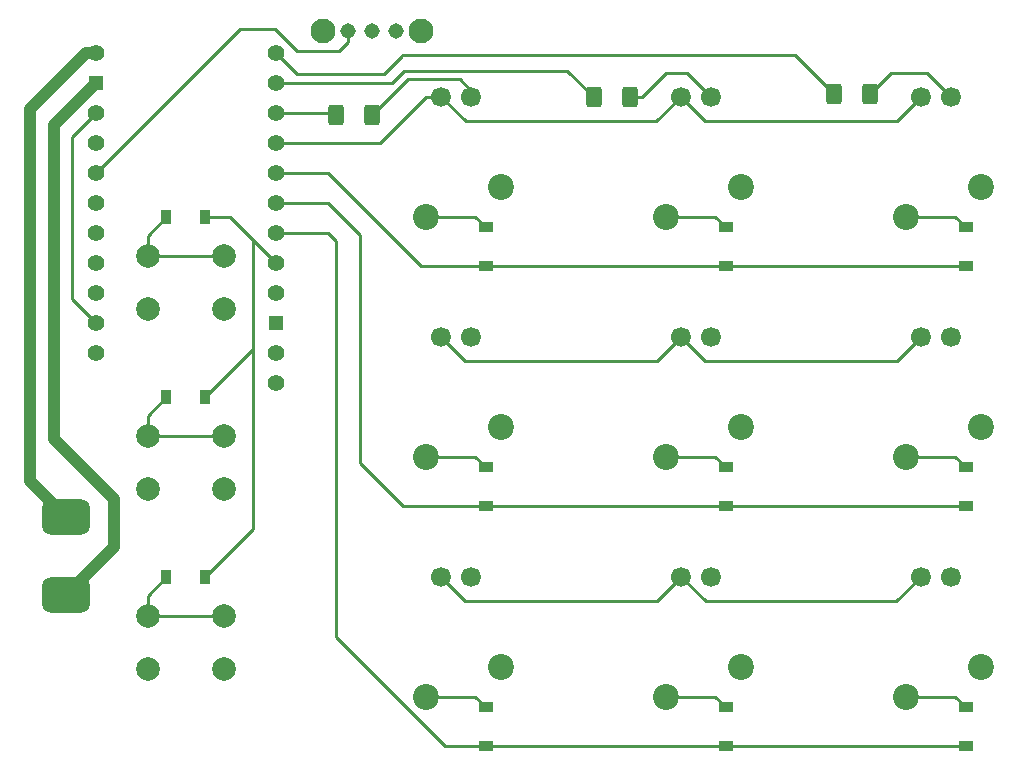
<source format=gbl>
%TF.GenerationSoftware,KiCad,Pcbnew,(6.0.7-1)-1*%
%TF.CreationDate,2022-10-02T14:30:11-04:00*%
%TF.ProjectId,Macro_Keyboard_V1.1,4d616372-6f5f-44b6-9579-626f6172645f,1.1*%
%TF.SameCoordinates,Original*%
%TF.FileFunction,Copper,L2,Bot*%
%TF.FilePolarity,Positive*%
%FSLAX46Y46*%
G04 Gerber Fmt 4.6, Leading zero omitted, Abs format (unit mm)*
G04 Created by KiCad (PCBNEW (6.0.7-1)-1) date 2022-10-02 14:30:11*
%MOMM*%
%LPD*%
G01*
G04 APERTURE LIST*
G04 Aperture macros list*
%AMRoundRect*
0 Rectangle with rounded corners*
0 $1 Rounding radius*
0 $2 $3 $4 $5 $6 $7 $8 $9 X,Y pos of 4 corners*
0 Add a 4 corners polygon primitive as box body*
4,1,4,$2,$3,$4,$5,$6,$7,$8,$9,$2,$3,0*
0 Add four circle primitives for the rounded corners*
1,1,$1+$1,$2,$3*
1,1,$1+$1,$4,$5*
1,1,$1+$1,$6,$7*
1,1,$1+$1,$8,$9*
0 Add four rect primitives between the rounded corners*
20,1,$1+$1,$2,$3,$4,$5,0*
20,1,$1+$1,$4,$5,$6,$7,0*
20,1,$1+$1,$6,$7,$8,$9,0*
20,1,$1+$1,$8,$9,$2,$3,0*%
G04 Aperture macros list end*
%TA.AperFunction,SMDPad,CuDef*%
%ADD10R,1.200000X0.900000*%
%TD*%
%TA.AperFunction,SMDPad,CuDef*%
%ADD11R,0.900000X1.200000*%
%TD*%
%TA.AperFunction,ComponentPad*%
%ADD12C,2.200000*%
%TD*%
%TA.AperFunction,ComponentPad*%
%ADD13C,1.690600*%
%TD*%
%TA.AperFunction,ComponentPad*%
%ADD14C,2.000000*%
%TD*%
%TA.AperFunction,ComponentPad*%
%ADD15C,1.308000*%
%TD*%
%TA.AperFunction,ComponentPad*%
%ADD16C,2.100000*%
%TD*%
%TA.AperFunction,SMDPad,CuDef*%
%ADD17RoundRect,0.250000X-0.400000X-0.625000X0.400000X-0.625000X0.400000X0.625000X-0.400000X0.625000X0*%
%TD*%
%TA.AperFunction,ComponentPad*%
%ADD18C,1.422400*%
%TD*%
%TA.AperFunction,ComponentPad*%
%ADD19R,1.270000X1.270000*%
%TD*%
%TA.AperFunction,SMDPad,CuDef*%
%ADD20RoundRect,0.753563X1.278437X-0.753562X1.278437X0.753562X-1.278437X0.753562X-1.278437X-0.753562X0*%
%TD*%
%TA.AperFunction,Conductor*%
%ADD21C,0.250000*%
%TD*%
%TA.AperFunction,Conductor*%
%ADD22C,1.000000*%
%TD*%
G04 APERTURE END LIST*
D10*
%TO.P,D3,1,K*%
%TO.N,ROW1*%
X116840000Y-44830000D03*
%TO.P,D3,2,A*%
%TO.N,Net-(D3-Pad2)*%
X116840000Y-41530000D03*
%TD*%
D11*
%TO.P,D10,1,K*%
%TO.N,ROW4*%
X52450000Y-71120000D03*
%TO.P,D10,2,A*%
%TO.N,Net-(D10-Pad2)*%
X49150000Y-71120000D03*
%TD*%
D10*
%TO.P,D1,1,K*%
%TO.N,ROW1*%
X76200000Y-44830000D03*
%TO.P,D1,2,A*%
%TO.N,Net-(D1-Pad2)*%
X76200000Y-41530000D03*
%TD*%
%TO.P,D2,1,K*%
%TO.N,ROW1*%
X96520000Y-44830000D03*
%TO.P,D2,2,A*%
%TO.N,Net-(D2-Pad2)*%
X96520000Y-41530000D03*
%TD*%
%TO.P,D8,1,K*%
%TO.N,ROW3*%
X96520000Y-85470000D03*
%TO.P,D8,2,A*%
%TO.N,Net-(D8-Pad2)*%
X96520000Y-82170000D03*
%TD*%
%TO.P,D5,1,K*%
%TO.N,ROW2*%
X96520000Y-65150000D03*
%TO.P,D5,2,A*%
%TO.N,Net-(D5-Pad2)*%
X96520000Y-61850000D03*
%TD*%
%TO.P,D6,1,K*%
%TO.N,ROW2*%
X116840000Y-65150000D03*
%TO.P,D6,2,A*%
%TO.N,Net-(D6-Pad2)*%
X116840000Y-61850000D03*
%TD*%
%TO.P,D7,1,K*%
%TO.N,ROW3*%
X76200000Y-85470000D03*
%TO.P,D7,2,A*%
%TO.N,Net-(D7-Pad2)*%
X76200000Y-82170000D03*
%TD*%
%TO.P,D4,1,K*%
%TO.N,ROW2*%
X76200000Y-65150000D03*
%TO.P,D4,2,A*%
%TO.N,Net-(D4-Pad2)*%
X76200000Y-61850000D03*
%TD*%
D11*
%TO.P,D12,1,K*%
%TO.N,ROW4*%
X52450000Y-40640000D03*
%TO.P,D12,2,A*%
%TO.N,Net-(D12-Pad2)*%
X49150000Y-40640000D03*
%TD*%
%TO.P,D11,1,K*%
%TO.N,ROW4*%
X52450000Y-55880000D03*
%TO.P,D11,2,A*%
%TO.N,Net-(D11-Pad2)*%
X49150000Y-55880000D03*
%TD*%
D10*
%TO.P,D9,1,K*%
%TO.N,ROW3*%
X116840000Y-85470000D03*
%TO.P,D9,2,A*%
%TO.N,Net-(D9-Pad2)*%
X116840000Y-82170000D03*
%TD*%
D12*
%TO.P,SW7,1,1*%
%TO.N,COL1*%
X77470000Y-78740000D03*
%TO.P,SW7,2,2*%
%TO.N,Net-(D7-Pad2)*%
X71120000Y-81280000D03*
D13*
%TO.P,SW7,3,3*%
%TO.N,Net-(R1-Pad2)*%
X74930000Y-71120000D03*
%TO.P,SW7,4,4*%
%TO.N,LED_ROW3*%
X72390000Y-71120000D03*
%TD*%
D12*
%TO.P,SW8,1,1*%
%TO.N,COL2*%
X97790000Y-78740000D03*
%TO.P,SW8,2,2*%
%TO.N,Net-(D8-Pad2)*%
X91440000Y-81280000D03*
D13*
%TO.P,SW8,3,3*%
%TO.N,Net-(R2-Pad2)*%
X95250000Y-71120000D03*
%TO.P,SW8,4,4*%
%TO.N,LED_ROW3*%
X92710000Y-71120000D03*
%TD*%
D12*
%TO.P,SW2,1,1*%
%TO.N,COL2*%
X97790000Y-38100000D03*
%TO.P,SW2,2,2*%
%TO.N,Net-(D2-Pad2)*%
X91440000Y-40640000D03*
D13*
%TO.P,SW2,3,3*%
%TO.N,Net-(R2-Pad2)*%
X95250000Y-30480000D03*
%TO.P,SW2,4,4*%
%TO.N,LED_ROW1*%
X92710000Y-30480000D03*
%TD*%
D12*
%TO.P,SW6,1,1*%
%TO.N,COL3*%
X118110000Y-58420000D03*
%TO.P,SW6,2,2*%
%TO.N,Net-(D6-Pad2)*%
X111760000Y-60960000D03*
D13*
%TO.P,SW6,3,3*%
%TO.N,Net-(R3-Pad2)*%
X115570000Y-50800000D03*
%TO.P,SW6,4,4*%
%TO.N,LED_ROW2*%
X113030000Y-50800000D03*
%TD*%
D14*
%TO.P,SW11,1,1*%
%TO.N,Net-(D11-Pad2)*%
X54050000Y-59218000D03*
X47550000Y-59218000D03*
%TO.P,SW11,2,2*%
%TO.N,COL2*%
X54050000Y-63718000D03*
X47550000Y-63718000D03*
%TD*%
D12*
%TO.P,SW4,1,1*%
%TO.N,COL1*%
X77470000Y-58420000D03*
%TO.P,SW4,2,2*%
%TO.N,Net-(D4-Pad2)*%
X71120000Y-60960000D03*
D13*
%TO.P,SW4,3,3*%
%TO.N,Net-(R1-Pad2)*%
X74930000Y-50800000D03*
%TO.P,SW4,4,4*%
%TO.N,LED_ROW2*%
X72390000Y-50800000D03*
%TD*%
D12*
%TO.P,SW9,1,1*%
%TO.N,COL3*%
X118110000Y-78740000D03*
%TO.P,SW9,2,2*%
%TO.N,Net-(D9-Pad2)*%
X111760000Y-81280000D03*
D13*
%TO.P,SW9,3,3*%
%TO.N,Net-(R3-Pad2)*%
X115570000Y-71120000D03*
%TO.P,SW9,4,4*%
%TO.N,LED_ROW3*%
X113030000Y-71120000D03*
%TD*%
D12*
%TO.P,SW1,1,1*%
%TO.N,COL1*%
X77470000Y-38100000D03*
%TO.P,SW1,2,2*%
%TO.N,Net-(D1-Pad2)*%
X71120000Y-40640000D03*
D13*
%TO.P,SW1,3,3*%
%TO.N,Net-(R1-Pad2)*%
X74930000Y-30480000D03*
%TO.P,SW1,4,4*%
%TO.N,LED_ROW1*%
X72390000Y-30480000D03*
%TD*%
D12*
%TO.P,SW5,1,1*%
%TO.N,COL2*%
X97790000Y-58420000D03*
%TO.P,SW5,2,2*%
%TO.N,Net-(D5-Pad2)*%
X91440000Y-60960000D03*
D13*
%TO.P,SW5,3,3*%
%TO.N,Net-(R2-Pad2)*%
X95250000Y-50800000D03*
%TO.P,SW5,4,4*%
%TO.N,LED_ROW2*%
X92710000Y-50800000D03*
%TD*%
D14*
%TO.P,SW10,1,1*%
%TO.N,Net-(D10-Pad2)*%
X47550000Y-74458000D03*
X54050000Y-74458000D03*
%TO.P,SW10,2,2*%
%TO.N,COL1*%
X54050000Y-78958000D03*
X47550000Y-78958000D03*
%TD*%
D12*
%TO.P,SW3,1,1*%
%TO.N,COL3*%
X118110000Y-38100000D03*
%TO.P,SW3,2,2*%
%TO.N,Net-(D3-Pad2)*%
X111760000Y-40640000D03*
D13*
%TO.P,SW3,3,3*%
%TO.N,Net-(R3-Pad2)*%
X115570000Y-30480000D03*
%TO.P,SW3,4,4*%
%TO.N,LED_ROW1*%
X113030000Y-30480000D03*
%TD*%
D14*
%TO.P,SW12,1,1*%
%TO.N,Net-(D12-Pad2)*%
X54050000Y-43978000D03*
X47550000Y-43978000D03*
%TO.P,SW12,2,2*%
%TO.N,COL3*%
X47550000Y-48478000D03*
X54050000Y-48478000D03*
%TD*%
D15*
%TO.P,SW13,1,A*%
%TO.N,SPDT1*%
X64548000Y-24892000D03*
%TO.P,SW13,2,B*%
%TO.N,GND*%
X66548000Y-24892000D03*
%TO.P,SW13,3,C*%
%TO.N,SPDT2*%
X68548000Y-24892000D03*
D16*
%TO.P,SW13,M1*%
%TO.N,N/C*%
X62398000Y-24892000D03*
%TO.P,SW13,M2*%
X70698000Y-24892000D03*
%TD*%
D17*
%TO.P,R2,1*%
%TO.N,LED_COL2*%
X85318000Y-30480000D03*
%TO.P,R2,2*%
%TO.N,Net-(R2-Pad2)*%
X88418000Y-30480000D03*
%TD*%
D18*
%TO.P,U1,1,VBAT*%
%TO.N,+BATT*%
X43180000Y-26733638D03*
D19*
%TO.P,U1,2,GND*%
%TO.N,GND*%
X43180000Y-29273638D03*
D18*
%TO.P,U1,3,5V*%
%TO.N,/VUSB*%
X43180000Y-31813638D03*
%TO.P,U1,4,3V3*%
%TO.N,unconnected-(U1-Pad4)*%
X43180000Y-34353638D03*
%TO.P,U1,5,IO1*%
%TO.N,SPDT1*%
X43180000Y-36893638D03*
%TO.P,U1,6,IO2*%
%TO.N,SPDT2*%
X43180000Y-39433638D03*
%TO.P,U1,7,IO3*%
%TO.N,COL3*%
X43180000Y-41973638D03*
%TO.P,U1,8,IO4*%
%TO.N,COL2*%
X43180000Y-44513638D03*
%TO.P,U1,9,IO5*%
%TO.N,COL1*%
X43180000Y-47053638D03*
%TO.P,U1,10,IO21*%
%TO.N,/VUSB*%
X43180000Y-49593638D03*
%TO.P,U1,11,IO0*%
%TO.N,unconnected-(U1-Pad11)*%
X43180000Y-52133638D03*
%TO.P,U1,12,RX*%
%TO.N,LED_ROW3*%
X58420000Y-54673638D03*
%TO.P,U1,13,TX*%
%TO.N,LED_ROW2*%
X58420000Y-52133638D03*
D19*
%TO.P,U1,14,GND*%
%TO.N,unconnected-(U1-Pad14)*%
X58420000Y-49593638D03*
D18*
%TO.P,U1,15,RST*%
%TO.N,unconnected-(U1-Pad15)*%
X58420000Y-47053638D03*
%TO.P,U1,16,IO6*%
%TO.N,ROW4*%
X58420000Y-44513638D03*
%TO.P,U1,17,IO7*%
%TO.N,ROW3*%
X58420000Y-41973638D03*
%TO.P,U1,18,IO8*%
%TO.N,ROW2*%
X58420000Y-39433638D03*
%TO.P,U1,19,IO9*%
%TO.N,ROW1*%
X58420000Y-36893638D03*
%TO.P,U1,20,IO34*%
%TO.N,LED_ROW1*%
X58420000Y-34353638D03*
%TO.P,U1,21,IO36*%
%TO.N,LED_COL1*%
X58420000Y-31813638D03*
%TO.P,U1,22,IO37*%
%TO.N,LED_COL2*%
X58420000Y-29273638D03*
%TO.P,U1,23,IO35*%
%TO.N,LED_COL3*%
X58420000Y-26733638D03*
%TD*%
D20*
%TO.P,-,1*%
%TO.N,GND*%
X40640000Y-72627125D03*
%TD*%
%TO.P,+,1*%
%TO.N,+BATT*%
X40640000Y-66023125D03*
%TD*%
D17*
%TO.P,R3,1*%
%TO.N,LED_COL3*%
X105638000Y-30214000D03*
%TO.P,R3,2*%
%TO.N,Net-(R3-Pad2)*%
X108738000Y-30214000D03*
%TD*%
%TO.P,R1,1*%
%TO.N,LED_COL1*%
X63474000Y-32004000D03*
%TO.P,R1,2*%
%TO.N,Net-(R1-Pad2)*%
X66574000Y-32004000D03*
%TD*%
D21*
%TO.N,/VUSB*%
X43180000Y-31813638D02*
X41148000Y-33845638D01*
X41148000Y-33845638D02*
X41148000Y-47561638D01*
X41148000Y-47561638D02*
X43180000Y-49593638D01*
%TO.N,ROW1*%
X70738000Y-44830000D02*
X76200000Y-44830000D01*
X76200000Y-44830000D02*
X96520000Y-44830000D01*
X96520000Y-44830000D02*
X116840000Y-44830000D01*
X62801638Y-36893638D02*
X70738000Y-44830000D01*
X58420000Y-36893638D02*
X62801638Y-36893638D01*
%TO.N,ROW2*%
X96520000Y-65150000D02*
X116840000Y-65150000D01*
X62801638Y-39433638D02*
X65532000Y-42164000D01*
X69214000Y-65150000D02*
X76200000Y-65150000D01*
X58420000Y-39433638D02*
X62801638Y-39433638D01*
X65532000Y-61468000D02*
X69214000Y-65150000D01*
X65532000Y-42164000D02*
X65532000Y-61468000D01*
X76200000Y-65150000D02*
X96520000Y-65150000D01*
%TO.N,ROW3*%
X116840000Y-85470000D02*
X96520000Y-85470000D01*
X72770000Y-85470000D02*
X76200000Y-85470000D01*
X62801638Y-41973638D02*
X63500000Y-42672000D01*
X63500000Y-76200000D02*
X72770000Y-85470000D01*
X96520000Y-85470000D02*
X76200000Y-85470000D01*
X58420000Y-41973638D02*
X62801638Y-41973638D01*
X63500000Y-42672000D02*
X63500000Y-76200000D01*
%TO.N,ROW4*%
X56483181Y-51846819D02*
X56483181Y-67086819D01*
X54546362Y-40640000D02*
X56483181Y-42576819D01*
X56483181Y-42576819D02*
X56483181Y-51846819D01*
X52450000Y-40640000D02*
X54546362Y-40640000D01*
X56483181Y-67086819D02*
X52450000Y-71120000D01*
X56483181Y-51846819D02*
X52450000Y-55880000D01*
X56483181Y-42576819D02*
X58420000Y-44513638D01*
%TO.N,Net-(D1-Pad2)*%
X71120000Y-40640000D02*
X75310000Y-40640000D01*
X75310000Y-40640000D02*
X76200000Y-41530000D01*
%TO.N,Net-(D2-Pad2)*%
X91440000Y-40640000D02*
X95630000Y-40640000D01*
X95630000Y-40640000D02*
X96520000Y-41530000D01*
D22*
%TO.N,GND*%
X43180000Y-29273638D02*
X39624000Y-32829638D01*
X44704000Y-64516000D02*
X44704000Y-68563125D01*
X39624000Y-32829638D02*
X39624000Y-59436000D01*
X39624000Y-59436000D02*
X44704000Y-64516000D01*
X44704000Y-68563125D02*
X40640000Y-72627125D01*
D21*
%TO.N,Net-(D3-Pad2)*%
X115950000Y-40640000D02*
X116840000Y-41530000D01*
X111760000Y-40640000D02*
X115950000Y-40640000D01*
%TO.N,SPDT1*%
X58338510Y-24731509D02*
X55342129Y-24731509D01*
X64548000Y-24892000D02*
X64548000Y-25816895D01*
X60174001Y-26567000D02*
X58338510Y-24731509D01*
X64548000Y-25816895D02*
X63797895Y-26567000D01*
X55342129Y-24731509D02*
X43180000Y-36893638D01*
X63797895Y-26567000D02*
X60174001Y-26567000D01*
%TO.N,Net-(D4-Pad2)*%
X71120000Y-60960000D02*
X75310000Y-60960000D01*
X75310000Y-60960000D02*
X76200000Y-61850000D01*
%TO.N,Net-(D5-Pad2)*%
X91440000Y-60960000D02*
X95630000Y-60960000D01*
X95630000Y-60960000D02*
X96520000Y-61850000D01*
%TO.N,Net-(D6-Pad2)*%
X111760000Y-60960000D02*
X115950000Y-60960000D01*
X115950000Y-60960000D02*
X116840000Y-61850000D01*
%TO.N,Net-(D7-Pad2)*%
X75310000Y-81280000D02*
X76200000Y-82170000D01*
X71120000Y-81280000D02*
X75310000Y-81280000D01*
%TO.N,Net-(D8-Pad2)*%
X91440000Y-81280000D02*
X95630000Y-81280000D01*
X95630000Y-81280000D02*
X96520000Y-82170000D01*
%TO.N,Net-(D9-Pad2)*%
X115950000Y-81280000D02*
X116840000Y-82170000D01*
X111760000Y-81280000D02*
X115950000Y-81280000D01*
%TO.N,Net-(D10-Pad2)*%
X54050000Y-74458000D02*
X47550000Y-74458000D01*
X47550000Y-74458000D02*
X47550000Y-72720000D01*
X47550000Y-72720000D02*
X49150000Y-71120000D01*
%TO.N,Net-(D11-Pad2)*%
X47550000Y-59218000D02*
X47550000Y-57480000D01*
X54050000Y-59218000D02*
X47550000Y-59218000D01*
X47550000Y-57480000D02*
X49150000Y-55880000D01*
%TO.N,Net-(D12-Pad2)*%
X47550000Y-43978000D02*
X47550000Y-42240000D01*
X47550000Y-42240000D02*
X49150000Y-40640000D01*
X54050000Y-43978000D02*
X47550000Y-43978000D01*
D22*
%TO.N,+BATT*%
X40640000Y-66023125D02*
X37608000Y-62991125D01*
X42354362Y-26733638D02*
X43180000Y-26733638D01*
X37608000Y-62991125D02*
X37608000Y-31480000D01*
X37608000Y-31480000D02*
X42354362Y-26733638D01*
D21*
%TO.N,LED_ROW3*%
X74422000Y-73152000D02*
X90678000Y-73152000D01*
X92710000Y-71120000D02*
X94794956Y-73204956D01*
X72390000Y-71120000D02*
X74422000Y-73152000D01*
X94794956Y-73204956D02*
X110945044Y-73204956D01*
X90678000Y-73152000D02*
X92710000Y-71120000D01*
X110945044Y-73204956D02*
X113030000Y-71120000D01*
%TO.N,LED_ROW2*%
X110998000Y-52832000D02*
X113030000Y-50800000D01*
X94742000Y-52832000D02*
X110998000Y-52832000D01*
X90678000Y-52832000D02*
X92710000Y-50800000D01*
X74422000Y-52832000D02*
X90678000Y-52832000D01*
X72390000Y-50800000D02*
X74422000Y-52832000D01*
X92710000Y-50800000D02*
X94742000Y-52832000D01*
%TO.N,LED_ROW1*%
X58420000Y-34353638D02*
X67246362Y-34353638D01*
X94742000Y-32512000D02*
X110998000Y-32512000D01*
X110998000Y-32512000D02*
X113030000Y-30480000D01*
X71120000Y-30480000D02*
X72390000Y-30480000D01*
X74474956Y-32564956D02*
X90625044Y-32564956D01*
X90625044Y-32564956D02*
X92710000Y-30480000D01*
X92710000Y-30480000D02*
X94742000Y-32512000D01*
X72390000Y-30480000D02*
X74474956Y-32564956D01*
X67246362Y-34353638D02*
X71120000Y-30480000D01*
%TO.N,LED_COL1*%
X63283638Y-31813638D02*
X63474000Y-32004000D01*
X58420000Y-31813638D02*
X63283638Y-31813638D01*
%TO.N,LED_COL2*%
X68243702Y-29273638D02*
X69257640Y-28259700D01*
X69257640Y-28259700D02*
X83097700Y-28259700D01*
X83097700Y-28259700D02*
X85318000Y-30480000D01*
X58420000Y-29273638D02*
X68243702Y-29273638D01*
%TO.N,LED_COL3*%
X58420000Y-26733638D02*
X60210000Y-28523638D01*
X60210000Y-28523638D02*
X67564000Y-28523638D01*
X102348000Y-26924000D02*
X105638000Y-30214000D01*
X69088000Y-26999638D02*
X69088000Y-26924000D01*
X67564000Y-28523638D02*
X69088000Y-26999638D01*
X69088000Y-26924000D02*
X102348000Y-26924000D01*
%TO.N,Net-(R1-Pad2)*%
X74930000Y-29972000D02*
X74930000Y-30480000D01*
X73967700Y-29009700D02*
X74930000Y-29972000D01*
X69568300Y-29009700D02*
X73967700Y-29009700D01*
X66574000Y-32004000D02*
X69568300Y-29009700D01*
%TO.N,Net-(R2-Pad2)*%
X91440000Y-28448000D02*
X93218000Y-28448000D01*
X89408000Y-30480000D02*
X91440000Y-28448000D01*
X93218000Y-28448000D02*
X95250000Y-30480000D01*
X88418000Y-30480000D02*
X89408000Y-30480000D01*
%TO.N,Net-(R3-Pad2)*%
X108738000Y-30214000D02*
X110504000Y-28448000D01*
X113538000Y-28448000D02*
X115570000Y-30480000D01*
X110504000Y-28448000D02*
X113538000Y-28448000D01*
%TD*%
M02*

</source>
